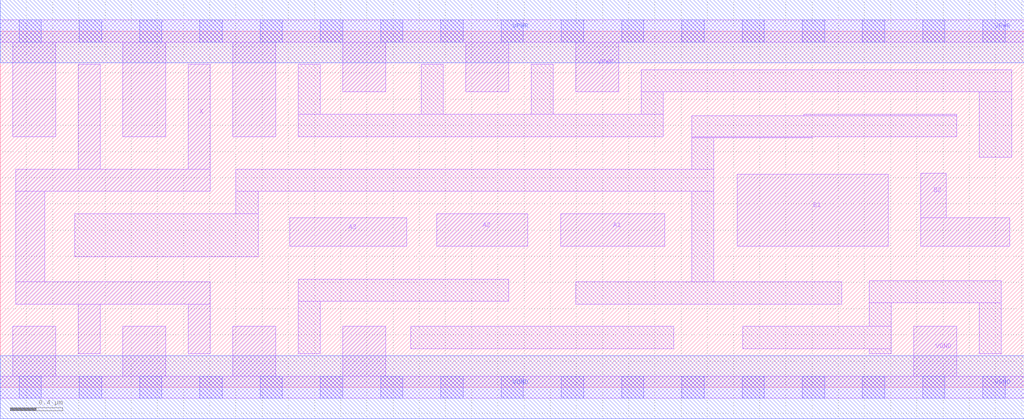
<source format=lef>
# Copyright 2020 The SkyWater PDK Authors
#
# Licensed under the Apache License, Version 2.0 (the "License");
# you may not use this file except in compliance with the License.
# You may obtain a copy of the License at
#
#     https://www.apache.org/licenses/LICENSE-2.0
#
# Unless required by applicable law or agreed to in writing, software
# distributed under the License is distributed on an "AS IS" BASIS,
# WITHOUT WARRANTIES OR CONDITIONS OF ANY KIND, either express or implied.
# See the License for the specific language governing permissions and
# limitations under the License.
#
# SPDX-License-Identifier: Apache-2.0

VERSION 5.7 ;
  NAMESCASESENSITIVE ON ;
  NOWIREEXTENSIONATPIN ON ;
  DIVIDERCHAR "/" ;
  BUSBITCHARS "[]" ;
UNITS
  DATABASE MICRONS 200 ;
END UNITS
MACRO sky130_fd_sc_hd__a32o_4
  CLASS CORE ;
  SOURCE USER ;
  FOREIGN sky130_fd_sc_hd__a32o_4 ;
  ORIGIN  0.000000  0.000000 ;
  SIZE  7.820000 BY  2.720000 ;
  SYMMETRY X Y R90 ;
  SITE unithd ;
  PIN A1
    ANTENNAGATEAREA  0.495000 ;
    DIRECTION INPUT ;
    USE SIGNAL ;
    PORT
      LAYER li1 ;
        RECT 4.280000 1.075000 5.075000 1.325000 ;
    END
  END A1
  PIN A2
    ANTENNAGATEAREA  0.495000 ;
    DIRECTION INPUT ;
    USE SIGNAL ;
    PORT
      LAYER li1 ;
        RECT 3.335000 1.075000 4.030000 1.325000 ;
    END
  END A2
  PIN A3
    ANTENNAGATEAREA  0.495000 ;
    DIRECTION INPUT ;
    USE SIGNAL ;
    PORT
      LAYER li1 ;
        RECT 2.210000 1.075000 3.105000 1.295000 ;
    END
  END A3
  PIN B1
    ANTENNAGATEAREA  0.495000 ;
    DIRECTION INPUT ;
    USE SIGNAL ;
    PORT
      LAYER li1 ;
        RECT 5.630000 1.075000 6.780000 1.625000 ;
    END
  END B1
  PIN B2
    ANTENNAGATEAREA  0.495000 ;
    DIRECTION INPUT ;
    USE SIGNAL ;
    PORT
      LAYER li1 ;
        RECT 7.030000 1.075000 7.710000 1.295000 ;
        RECT 7.030000 1.295000 7.225000 1.635000 ;
    END
  END B2
  PIN X
    ANTENNADIFFAREA  0.891000 ;
    DIRECTION OUTPUT ;
    USE SIGNAL ;
    PORT
      LAYER li1 ;
        RECT 0.120000 0.635000 1.605000 0.805000 ;
        RECT 0.120000 0.805000 0.340000 1.495000 ;
        RECT 0.120000 1.495000 1.605000 1.665000 ;
        RECT 0.595000 0.255000 0.765000 0.635000 ;
        RECT 0.595000 1.665000 0.765000 2.465000 ;
        RECT 1.435000 0.255000 1.605000 0.635000 ;
        RECT 1.435000 1.665000 1.605000 2.465000 ;
    END
  END X
  PIN VGND
    DIRECTION INOUT ;
    SHAPE ABUTMENT ;
    USE GROUND ;
    PORT
      LAYER li1 ;
        RECT 0.000000 -0.085000 7.820000 0.085000 ;
        RECT 0.095000  0.085000 0.425000 0.465000 ;
        RECT 0.935000  0.085000 1.265000 0.465000 ;
        RECT 1.775000  0.085000 2.105000 0.465000 ;
        RECT 2.615000  0.085000 2.945000 0.465000 ;
        RECT 6.975000  0.085000 7.305000 0.465000 ;
      LAYER mcon ;
        RECT 0.145000 -0.085000 0.315000 0.085000 ;
        RECT 0.605000 -0.085000 0.775000 0.085000 ;
        RECT 1.065000 -0.085000 1.235000 0.085000 ;
        RECT 1.525000 -0.085000 1.695000 0.085000 ;
        RECT 1.985000 -0.085000 2.155000 0.085000 ;
        RECT 2.445000 -0.085000 2.615000 0.085000 ;
        RECT 2.905000 -0.085000 3.075000 0.085000 ;
        RECT 3.365000 -0.085000 3.535000 0.085000 ;
        RECT 3.825000 -0.085000 3.995000 0.085000 ;
        RECT 4.285000 -0.085000 4.455000 0.085000 ;
        RECT 4.745000 -0.085000 4.915000 0.085000 ;
        RECT 5.205000 -0.085000 5.375000 0.085000 ;
        RECT 5.665000 -0.085000 5.835000 0.085000 ;
        RECT 6.125000 -0.085000 6.295000 0.085000 ;
        RECT 6.585000 -0.085000 6.755000 0.085000 ;
        RECT 7.045000 -0.085000 7.215000 0.085000 ;
        RECT 7.505000 -0.085000 7.675000 0.085000 ;
      LAYER met1 ;
        RECT 0.000000 -0.240000 7.820000 0.240000 ;
    END
  END VGND
  PIN VPWR
    DIRECTION INOUT ;
    SHAPE ABUTMENT ;
    USE POWER ;
    PORT
      LAYER li1 ;
        RECT 0.000000 2.635000 7.820000 2.805000 ;
        RECT 0.095000 1.915000 0.425000 2.635000 ;
        RECT 0.935000 1.915000 1.265000 2.635000 ;
        RECT 1.775000 1.915000 2.105000 2.635000 ;
        RECT 2.615000 2.255000 2.945000 2.635000 ;
        RECT 3.555000 2.255000 3.885000 2.635000 ;
        RECT 4.395000 2.255000 4.725000 2.635000 ;
      LAYER mcon ;
        RECT 0.145000 2.635000 0.315000 2.805000 ;
        RECT 0.605000 2.635000 0.775000 2.805000 ;
        RECT 1.065000 2.635000 1.235000 2.805000 ;
        RECT 1.525000 2.635000 1.695000 2.805000 ;
        RECT 1.985000 2.635000 2.155000 2.805000 ;
        RECT 2.445000 2.635000 2.615000 2.805000 ;
        RECT 2.905000 2.635000 3.075000 2.805000 ;
        RECT 3.365000 2.635000 3.535000 2.805000 ;
        RECT 3.825000 2.635000 3.995000 2.805000 ;
        RECT 4.285000 2.635000 4.455000 2.805000 ;
        RECT 4.745000 2.635000 4.915000 2.805000 ;
        RECT 5.205000 2.635000 5.375000 2.805000 ;
        RECT 5.665000 2.635000 5.835000 2.805000 ;
        RECT 6.125000 2.635000 6.295000 2.805000 ;
        RECT 6.585000 2.635000 6.755000 2.805000 ;
        RECT 7.045000 2.635000 7.215000 2.805000 ;
        RECT 7.505000 2.635000 7.675000 2.805000 ;
      LAYER met1 ;
        RECT 0.000000 2.480000 7.820000 2.960000 ;
    END
  END VPWR
  OBS
    LAYER li1 ;
      RECT 0.570000 0.995000 1.970000 1.325000 ;
      RECT 1.800000 1.325000 1.970000 1.495000 ;
      RECT 1.800000 1.495000 5.450000 1.665000 ;
      RECT 2.275000 0.255000 2.445000 0.655000 ;
      RECT 2.275000 0.655000 3.885000 0.825000 ;
      RECT 2.275000 1.915000 5.065000 2.085000 ;
      RECT 2.275000 2.085000 2.445000 2.465000 ;
      RECT 3.135000 0.295000 5.145000 0.465000 ;
      RECT 3.215000 2.085000 3.385000 2.465000 ;
      RECT 4.055000 2.085000 4.225000 2.465000 ;
      RECT 4.395000 0.635000 6.425000 0.805000 ;
      RECT 4.895000 2.085000 5.065000 2.255000 ;
      RECT 4.895000 2.255000 7.725000 2.425000 ;
      RECT 5.280000 0.805000 5.450000 1.495000 ;
      RECT 5.280000 1.665000 5.450000 1.905000 ;
      RECT 5.280000 1.905000 6.200000 1.915000 ;
      RECT 5.280000 1.915000 7.305000 2.075000 ;
      RECT 5.670000 0.295000 6.805000 0.465000 ;
      RECT 6.135000 2.075000 7.305000 2.085000 ;
      RECT 6.635000 0.255000 6.805000 0.295000 ;
      RECT 6.635000 0.465000 6.805000 0.645000 ;
      RECT 6.635000 0.645000 7.645000 0.815000 ;
      RECT 7.475000 0.255000 7.645000 0.645000 ;
      RECT 7.475000 1.755000 7.725000 2.255000 ;
  END
END sky130_fd_sc_hd__a32o_4

</source>
